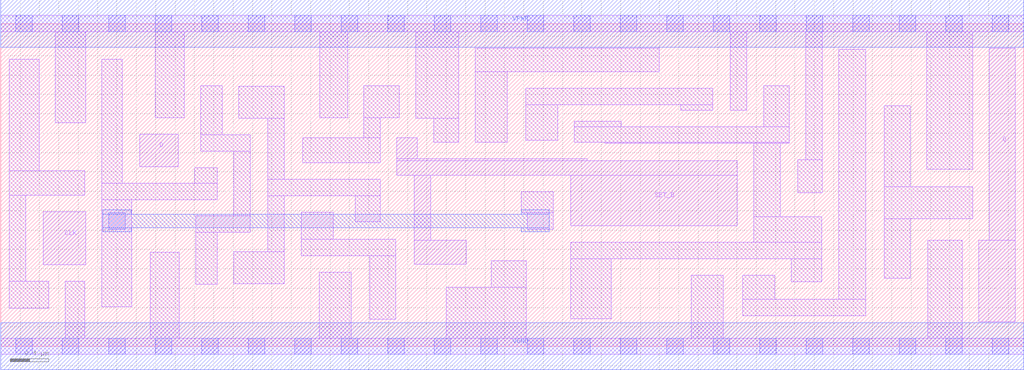
<source format=lef>
# Copyright 2020 The SkyWater PDK Authors
#
# Licensed under the Apache License, Version 2.0 (the "License");
# you may not use this file except in compliance with the License.
# You may obtain a copy of the License at
#
#     https://www.apache.org/licenses/LICENSE-2.0
#
# Unless required by applicable law or agreed to in writing, software
# distributed under the License is distributed on an "AS IS" BASIS,
# WITHOUT WARRANTIES OR CONDITIONS OF ANY KIND, either express or implied.
# See the License for the specific language governing permissions and
# limitations under the License.
#
# SPDX-License-Identifier: Apache-2.0

VERSION 5.7 ;
  NAMESCASESENSITIVE ON ;
  NOWIREEXTENSIONATPIN ON ;
  DIVIDERCHAR "/" ;
  BUSBITCHARS "[]" ;
UNITS
  DATABASE MICRONS 200 ;
END UNITS
MACRO sky130_fd_sc_lp__dfstp_1
  CLASS CORE ;
  FOREIGN sky130_fd_sc_lp__dfstp_1 ;
  ORIGIN  0.000000  0.000000 ;
  SIZE  10.56000 BY  3.330000 ;
  SYMMETRY X Y R90 ;
  SITE unit ;
  PIN D
    ANTENNAGATEAREA  0.126000 ;
    DIRECTION INPUT ;
    USE SIGNAL ;
    PORT
      LAYER li1 ;
        RECT 1.435000 1.855000 1.835000 2.190000 ;
    END
  END D
  PIN Q
    ANTENNADIFFAREA  0.556500 ;
    DIRECTION OUTPUT ;
    USE SIGNAL ;
    PORT
      LAYER li1 ;
        RECT 10.095000 0.255000 10.475000 1.095000 ;
        RECT 10.205000 1.095000 10.475000 3.075000 ;
    END
  END Q
  PIN SET_B
    ANTENNAGATEAREA  0.252000 ;
    DIRECTION INPUT ;
    USE SIGNAL ;
    PORT
      LAYER li1 ;
        RECT 4.090000 1.765000 7.605000 1.915000 ;
        RECT 4.090000 1.915000 6.055000 1.935000 ;
        RECT 4.090000 1.935000 4.300000 2.155000 ;
        RECT 4.270000 0.845000 4.805000 1.095000 ;
        RECT 4.270000 1.095000 4.440000 1.765000 ;
        RECT 5.885000 1.245000 7.605000 1.765000 ;
    END
  END SET_B
  PIN CLK
    ANTENNAGATEAREA  0.159000 ;
    DIRECTION INPUT ;
    USE CLOCK ;
    PORT
      LAYER li1 ;
        RECT 0.440000 0.840000 0.875000 1.390000 ;
    END
  END CLK
  PIN VGND
    DIRECTION INOUT ;
    USE GROUND ;
    PORT
      LAYER met1 ;
        RECT 0.000000 -0.245000 10.560000 0.245000 ;
    END
  END VGND
  PIN VPWR
    DIRECTION INOUT ;
    USE POWER ;
    PORT
      LAYER met1 ;
        RECT 0.000000 3.085000 10.560000 3.575000 ;
    END
  END VPWR
  OBS
    LAYER li1 ;
      RECT 0.000000 -0.085000 10.560000 0.085000 ;
      RECT 0.000000  3.245000 10.560000 3.415000 ;
      RECT 0.090000  0.390000  0.495000 0.670000 ;
      RECT 0.090000  0.670000  0.260000 1.560000 ;
      RECT 0.090000  1.560000  0.865000 1.810000 ;
      RECT 0.090000  1.810000  0.395000 2.965000 ;
      RECT 0.565000  2.305000  0.875000 3.245000 ;
      RECT 0.665000  0.085000  0.865000 0.670000 ;
      RECT 1.045000  0.410000  1.355000 1.515000 ;
      RECT 1.045000  1.515000  2.235000 1.685000 ;
      RECT 1.045000  1.685000  1.255000 2.965000 ;
      RECT 1.545000  0.085000  1.845000 0.970000 ;
      RECT 1.595000  2.360000  1.895000 3.245000 ;
      RECT 2.005000  1.685000  2.235000 1.845000 ;
      RECT 2.015000  0.640000  2.235000 1.175000 ;
      RECT 2.015000  1.175000  2.575000 1.345000 ;
      RECT 2.065000  2.015000  2.575000 2.185000 ;
      RECT 2.065000  2.185000  2.285000 2.690000 ;
      RECT 2.405000  0.645000  2.925000 0.975000 ;
      RECT 2.405000  1.345000  2.575000 2.015000 ;
      RECT 2.455000  2.355000  2.925000 2.685000 ;
      RECT 2.755000  0.975000  2.925000 1.555000 ;
      RECT 2.755000  1.555000  3.920000 1.725000 ;
      RECT 2.755000  1.725000  2.925000 2.355000 ;
      RECT 3.105000  0.935000  4.080000 1.105000 ;
      RECT 3.105000  1.105000  3.435000 1.385000 ;
      RECT 3.120000  1.895000  3.920000 2.155000 ;
      RECT 3.290000  0.085000  3.620000 0.765000 ;
      RECT 3.295000  2.360000  3.580000 3.245000 ;
      RECT 3.660000  1.285000  3.920000 1.555000 ;
      RECT 3.750000  2.155000  3.920000 2.360000 ;
      RECT 3.750000  2.360000  4.115000 2.690000 ;
      RECT 3.810000  0.280000  4.080000 0.935000 ;
      RECT 4.285000  2.355000  4.730000 3.245000 ;
      RECT 4.470000  2.105000  4.730000 2.355000 ;
      RECT 4.600000  0.085000  5.425000 0.610000 ;
      RECT 4.900000  2.105000  5.230000 2.835000 ;
      RECT 4.900000  2.835000  6.800000 3.075000 ;
      RECT 5.065000  0.610000  5.425000 0.885000 ;
      RECT 5.375000  1.380000  5.705000 1.595000 ;
      RECT 5.420000  2.125000  5.750000 2.495000 ;
      RECT 5.420000  2.495000  7.350000 2.665000 ;
      RECT 5.435000  1.210000  5.705000 1.380000 ;
      RECT 5.885000  0.285000  6.305000 0.905000 ;
      RECT 5.885000  0.905000  8.475000 1.075000 ;
      RECT 5.920000  2.105000  8.140000 2.265000 ;
      RECT 5.920000  2.265000  6.405000 2.325000 ;
      RECT 6.235000  2.095000  8.140000 2.105000 ;
      RECT 7.020000  2.435000  7.350000 2.495000 ;
      RECT 7.130000  0.085000  7.460000 0.735000 ;
      RECT 7.530000  2.435000  7.700000 3.245000 ;
      RECT 7.660000  0.315000  8.930000 0.485000 ;
      RECT 7.660000  0.485000  7.990000 0.735000 ;
      RECT 7.775000  1.075000  8.475000 1.335000 ;
      RECT 7.775000  1.335000  8.050000 2.095000 ;
      RECT 7.880000  2.265000  8.140000 2.690000 ;
      RECT 8.160000  0.665000  8.475000 0.905000 ;
      RECT 8.230000  1.585000  8.480000 1.925000 ;
      RECT 8.310000  1.925000  8.480000 3.245000 ;
      RECT 8.650000  0.485000  8.930000 3.065000 ;
      RECT 9.120000  0.700000  9.390000 1.315000 ;
      RECT 9.120000  1.315000 10.035000 1.645000 ;
      RECT 9.120000  1.645000  9.390000 2.485000 ;
      RECT 9.560000  1.825000 10.035000 3.245000 ;
      RECT 9.570000  0.085000  9.925000 1.095000 ;
    LAYER mcon ;
      RECT  0.155000 -0.085000  0.325000 0.085000 ;
      RECT  0.155000  3.245000  0.325000 3.415000 ;
      RECT  0.635000 -0.085000  0.805000 0.085000 ;
      RECT  0.635000  3.245000  0.805000 3.415000 ;
      RECT  1.115000 -0.085000  1.285000 0.085000 ;
      RECT  1.115000  1.210000  1.285000 1.380000 ;
      RECT  1.115000  3.245000  1.285000 3.415000 ;
      RECT  1.595000 -0.085000  1.765000 0.085000 ;
      RECT  1.595000  3.245000  1.765000 3.415000 ;
      RECT  2.075000 -0.085000  2.245000 0.085000 ;
      RECT  2.075000  3.245000  2.245000 3.415000 ;
      RECT  2.555000 -0.085000  2.725000 0.085000 ;
      RECT  2.555000  3.245000  2.725000 3.415000 ;
      RECT  3.035000 -0.085000  3.205000 0.085000 ;
      RECT  3.035000  3.245000  3.205000 3.415000 ;
      RECT  3.515000 -0.085000  3.685000 0.085000 ;
      RECT  3.515000  3.245000  3.685000 3.415000 ;
      RECT  3.995000 -0.085000  4.165000 0.085000 ;
      RECT  3.995000  3.245000  4.165000 3.415000 ;
      RECT  4.475000 -0.085000  4.645000 0.085000 ;
      RECT  4.475000  3.245000  4.645000 3.415000 ;
      RECT  4.955000 -0.085000  5.125000 0.085000 ;
      RECT  4.955000  3.245000  5.125000 3.415000 ;
      RECT  5.435000 -0.085000  5.605000 0.085000 ;
      RECT  5.435000  3.245000  5.605000 3.415000 ;
      RECT  5.915000 -0.085000  6.085000 0.085000 ;
      RECT  5.915000  3.245000  6.085000 3.415000 ;
      RECT  6.395000 -0.085000  6.565000 0.085000 ;
      RECT  6.395000  3.245000  6.565000 3.415000 ;
      RECT  6.875000 -0.085000  7.045000 0.085000 ;
      RECT  6.875000  3.245000  7.045000 3.415000 ;
      RECT  7.355000 -0.085000  7.525000 0.085000 ;
      RECT  7.355000  3.245000  7.525000 3.415000 ;
      RECT  7.835000 -0.085000  8.005000 0.085000 ;
      RECT  7.835000  3.245000  8.005000 3.415000 ;
      RECT  8.315000 -0.085000  8.485000 0.085000 ;
      RECT  8.315000  3.245000  8.485000 3.415000 ;
      RECT  8.795000 -0.085000  8.965000 0.085000 ;
      RECT  8.795000  3.245000  8.965000 3.415000 ;
      RECT  9.275000 -0.085000  9.445000 0.085000 ;
      RECT  9.275000  3.245000  9.445000 3.415000 ;
      RECT  9.755000 -0.085000  9.925000 0.085000 ;
      RECT  9.755000  3.245000  9.925000 3.415000 ;
      RECT 10.235000 -0.085000 10.405000 0.085000 ;
      RECT 10.235000  3.245000 10.405000 3.415000 ;
    LAYER met1 ;
      RECT 1.055000 1.180000 1.345000 1.225000 ;
      RECT 1.055000 1.225000 5.665000 1.365000 ;
      RECT 1.055000 1.365000 1.345000 1.410000 ;
      RECT 5.375000 1.180000 5.665000 1.225000 ;
      RECT 5.375000 1.365000 5.665000 1.410000 ;
  END
END sky130_fd_sc_lp__dfstp_1
END LIBRARY

</source>
